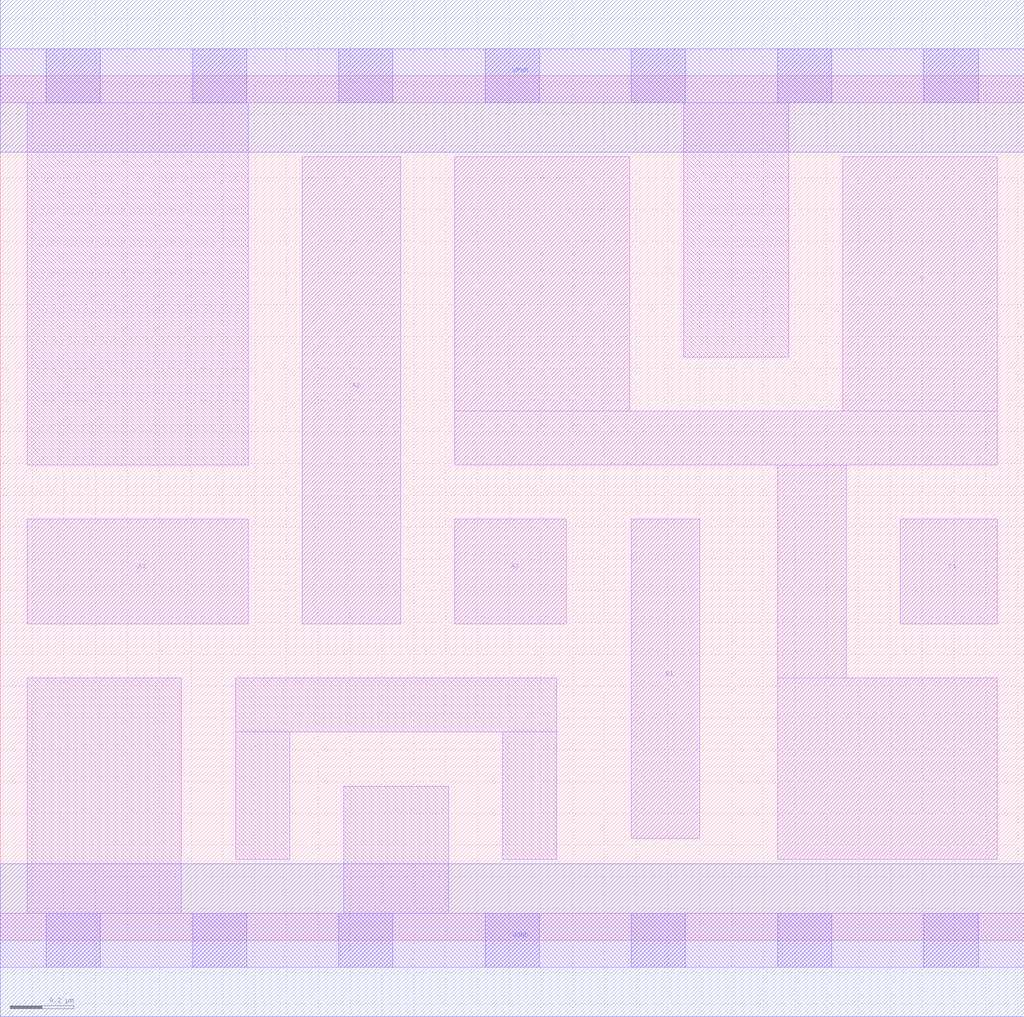
<source format=lef>
# Copyright 2020 The SkyWater PDK Authors
#
# Licensed under the Apache License, Version 2.0 (the "License");
# you may not use this file except in compliance with the License.
# You may obtain a copy of the License at
#
#     https://www.apache.org/licenses/LICENSE-2.0
#
# Unless required by applicable law or agreed to in writing, software
# distributed under the License is distributed on an "AS IS" BASIS,
# WITHOUT WARRANTIES OR CONDITIONS OF ANY KIND, either express or implied.
# See the License for the specific language governing permissions and
# limitations under the License.
#
# SPDX-License-Identifier: Apache-2.0

VERSION 5.7 ;
  NOWIREEXTENSIONATPIN ON ;
  DIVIDERCHAR "/" ;
  BUSBITCHARS "[]" ;
UNITS
  DATABASE MICRONS 200 ;
END UNITS
MACRO sky130_fd_sc_hd__o311ai_1
  CLASS CORE ;
  FOREIGN sky130_fd_sc_hd__o311ai_1 ;
  ORIGIN  0.000000  0.000000 ;
  SIZE  3.220000 BY  2.720000 ;
  SYMMETRY X Y R90 ;
  SITE unithd ;
  PIN A1
    ANTENNAGATEAREA  0.247500 ;
    DIRECTION INPUT ;
    USE SIGNAL ;
    PORT
      LAYER li1 ;
        RECT 0.085000 0.995000 0.780000 1.325000 ;
    END
  END A1
  PIN A2
    ANTENNAGATEAREA  0.247500 ;
    DIRECTION INPUT ;
    USE SIGNAL ;
    PORT
      LAYER li1 ;
        RECT 0.950000 0.995000 1.260000 2.465000 ;
    END
  END A2
  PIN A3
    ANTENNAGATEAREA  0.247500 ;
    DIRECTION INPUT ;
    USE SIGNAL ;
    PORT
      LAYER li1 ;
        RECT 1.430000 0.995000 1.780000 1.325000 ;
    END
  END A3
  PIN B1
    ANTENNAGATEAREA  0.247500 ;
    DIRECTION INPUT ;
    USE SIGNAL ;
    PORT
      LAYER li1 ;
        RECT 1.985000 0.320000 2.200000 1.325000 ;
    END
  END B1
  PIN C1
    ANTENNAGATEAREA  0.247500 ;
    DIRECTION INPUT ;
    USE SIGNAL ;
    PORT
      LAYER li1 ;
        RECT 2.830000 0.995000 3.135000 1.325000 ;
    END
  END C1
  PIN Y
    ANTENNADIFFAREA  0.942000 ;
    DIRECTION OUTPUT ;
    USE SIGNAL ;
    PORT
      LAYER li1 ;
        RECT 1.430000 1.495000 3.135000 1.665000 ;
        RECT 1.430000 1.665000 1.980000 2.465000 ;
        RECT 2.445000 0.255000 3.135000 0.825000 ;
        RECT 2.445000 0.825000 2.660000 1.495000 ;
        RECT 2.650000 1.665000 3.135000 2.465000 ;
    END
  END Y
  PIN VGND
    DIRECTION INOUT ;
    SHAPE ABUTMENT ;
    USE GROUND ;
    PORT
      LAYER met1 ;
        RECT 0.000000 -0.240000 3.220000 0.240000 ;
    END
  END VGND
  PIN VPWR
    DIRECTION INOUT ;
    SHAPE ABUTMENT ;
    USE POWER ;
    PORT
      LAYER met1 ;
        RECT 0.000000 2.480000 3.220000 2.960000 ;
    END
  END VPWR
  OBS
    LAYER li1 ;
      RECT 0.000000 -0.085000 3.220000 0.085000 ;
      RECT 0.000000  2.635000 3.220000 2.805000 ;
      RECT 0.085000  0.085000 0.570000 0.825000 ;
      RECT 0.085000  1.495000 0.780000 2.635000 ;
      RECT 0.740000  0.255000 0.910000 0.655000 ;
      RECT 0.740000  0.655000 1.750000 0.825000 ;
      RECT 1.080000  0.085000 1.410000 0.485000 ;
      RECT 1.580000  0.255000 1.750000 0.655000 ;
      RECT 2.150000  1.835000 2.480000 2.635000 ;
    LAYER mcon ;
      RECT 0.145000 -0.085000 0.315000 0.085000 ;
      RECT 0.145000  2.635000 0.315000 2.805000 ;
      RECT 0.605000 -0.085000 0.775000 0.085000 ;
      RECT 0.605000  2.635000 0.775000 2.805000 ;
      RECT 1.065000 -0.085000 1.235000 0.085000 ;
      RECT 1.065000  2.635000 1.235000 2.805000 ;
      RECT 1.525000 -0.085000 1.695000 0.085000 ;
      RECT 1.525000  2.635000 1.695000 2.805000 ;
      RECT 1.985000 -0.085000 2.155000 0.085000 ;
      RECT 1.985000  2.635000 2.155000 2.805000 ;
      RECT 2.445000 -0.085000 2.615000 0.085000 ;
      RECT 2.445000  2.635000 2.615000 2.805000 ;
      RECT 2.905000 -0.085000 3.075000 0.085000 ;
      RECT 2.905000  2.635000 3.075000 2.805000 ;
  END
END sky130_fd_sc_hd__o311ai_1
END LIBRARY

</source>
